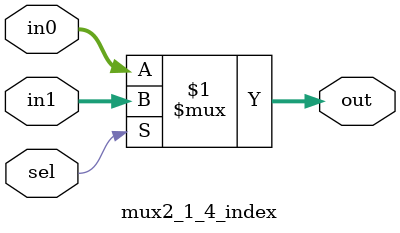
<source format=sv>
module mux2_1_4_index (
    input  logic       sel,
    input  logic [3:0] in0,
    input  logic [3:0] in1,
    output logic [3:0] out
);
  assign out = sel ?  in1 : in0;
endmodule

</source>
